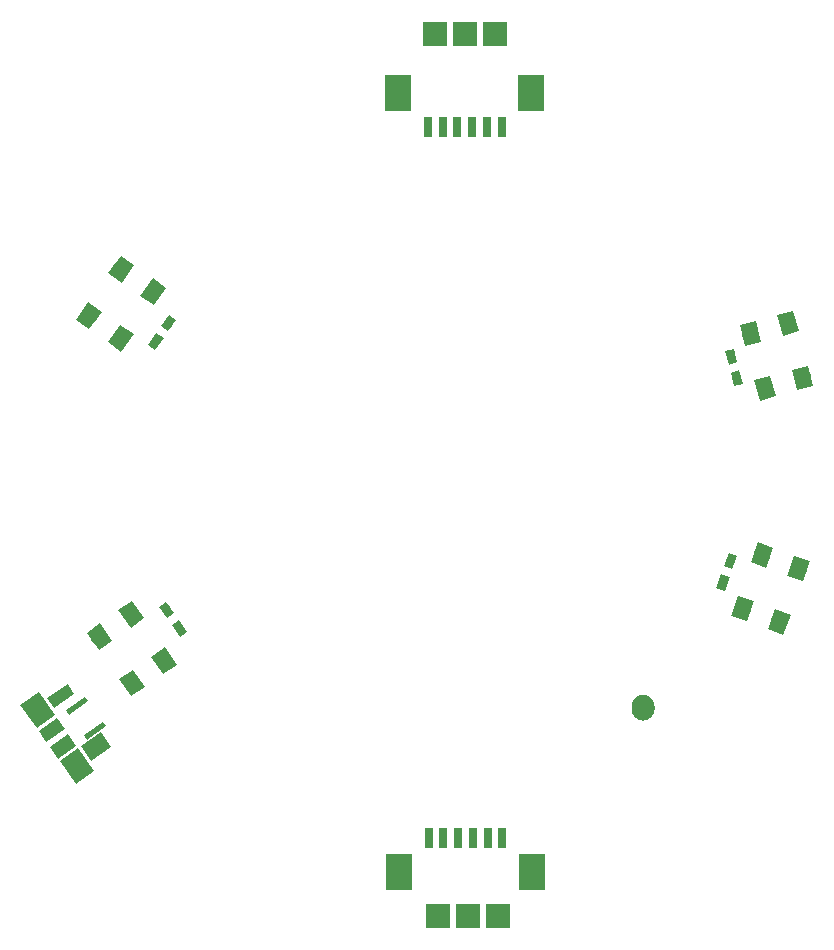
<source format=gbr>
G04 #@! TF.GenerationSoftware,KiCad,Pcbnew,(5.0.0)*
G04 #@! TF.CreationDate,2018-10-21T21:14:25+02:00*
G04 #@! TF.ProjectId,dome disc,646F6D6520646973632E6B696361645F,rev?*
G04 #@! TF.SameCoordinates,Original*
G04 #@! TF.FileFunction,Soldermask,Top*
G04 #@! TF.FilePolarity,Negative*
%FSLAX46Y46*%
G04 Gerber Fmt 4.6, Leading zero omitted, Abs format (unit mm)*
G04 Created by KiCad (PCBNEW (5.0.0)) date 10/21/18 21:14:25*
%MOMM*%
%LPD*%
G01*
G04 APERTURE LIST*
%ADD10C,0.150000*%
%ADD11R,2.000000X2.000000*%
%ADD12C,0.450000*%
%ADD13C,0.100000*%
%ADD14C,1.000000*%
%ADD15C,1.475000*%
%ADD16C,1.900000*%
%ADD17C,1.175000*%
%ADD18R,0.800000X1.700000*%
%ADD19R,2.200000X3.100000*%
%ADD20C,0.800000*%
%ADD21C,0.750000*%
%ADD22C,1.400000*%
G04 APERTURE END LIST*
D10*
G04 #@! TO.C,JP1*
X145911000Y-104473000D02*
X145911000Y-104727000D01*
X147689000Y-104473000D02*
X147689000Y-104727000D01*
X145911000Y-104600000D02*
X147689000Y-104600000D01*
X146482500Y-105489000D02*
X147181000Y-105489000D01*
X147498500Y-105235000D02*
X146101500Y-105235000D01*
X146038000Y-105108000D02*
X147562000Y-105108000D01*
X147625500Y-104981000D02*
X145974500Y-104981000D01*
X145974500Y-104854000D02*
X147625500Y-104854000D01*
X147689000Y-104727000D02*
X145911000Y-104727000D01*
X145911000Y-104727000D02*
G75*
G03X146800000Y-105616000I889000J0D01*
G01*
X146800000Y-105616000D02*
G75*
G03X147689000Y-104727000I0J889000D01*
G01*
X147181000Y-103711000D02*
X146419000Y-103711000D01*
X146101500Y-103965000D02*
X147498500Y-103965000D01*
X147562000Y-104092000D02*
X146038000Y-104092000D01*
X145974500Y-104219000D02*
X147625500Y-104219000D01*
X147625500Y-104346000D02*
X145974500Y-104346000D01*
X147689000Y-104473000D02*
X145911000Y-104473000D01*
X146800000Y-103584000D02*
G75*
G03X145911000Y-104473000I0J-889000D01*
G01*
X147689000Y-104473000D02*
G75*
G03X146800000Y-103584000I-889000J0D01*
G01*
G04 #@! TD*
D11*
G04 #@! TO.C,J4*
X134500000Y-122200000D03*
X131960000Y-122200000D03*
X129420000Y-122200000D03*
G04 #@! TD*
G04 #@! TO.C,J5*
X129220000Y-47600000D03*
X131760000Y-47600000D03*
X134300000Y-47600000D03*
G04 #@! TD*
D12*
G04 #@! TO.C,J3*
X98896058Y-104425608D03*
D13*
G36*
X97947851Y-104814875D02*
X99586155Y-103667722D01*
X99844265Y-104036341D01*
X98205961Y-105183494D01*
X97947851Y-104814875D01*
X97947851Y-104814875D01*
G37*
D12*
X100387357Y-106555403D03*
D13*
G36*
X99439150Y-106944670D02*
X101077454Y-105797517D01*
X101335564Y-106166136D01*
X99697260Y-107313289D01*
X99439150Y-106944670D01*
X99439150Y-106944670D01*
G37*
D14*
X97516562Y-103606158D03*
D13*
G36*
X96369664Y-103798837D02*
X98089883Y-102594327D01*
X98663460Y-103413479D01*
X96943241Y-104617989D01*
X96369664Y-103798837D01*
X96369664Y-103798837D01*
G37*
D15*
X100513499Y-107886228D03*
D13*
G36*
X99230377Y-107884359D02*
X100950596Y-106679848D01*
X101796621Y-107888097D01*
X100076402Y-109092608D01*
X99230377Y-107884359D01*
X99230377Y-107884359D01*
G37*
D16*
X95547910Y-104804559D03*
D13*
G36*
X94088594Y-104376714D02*
X95644982Y-103286918D01*
X97007226Y-105232404D01*
X95450838Y-106322200D01*
X94088594Y-104376714D01*
X94088594Y-104376714D01*
G37*
D16*
X98886125Y-109572024D03*
D13*
G36*
X97426809Y-109144179D02*
X98983197Y-108054383D01*
X100345441Y-109999869D01*
X98789053Y-111089665D01*
X97426809Y-109144179D01*
X97426809Y-109144179D01*
G37*
D17*
X96735213Y-106500204D03*
D13*
G36*
X95620042Y-106563850D02*
X97176431Y-105474055D01*
X97850384Y-106436558D01*
X96293995Y-107526353D01*
X95620042Y-106563850D01*
X95620042Y-106563850D01*
G37*
D17*
X97698822Y-107876379D03*
D13*
G36*
X96583651Y-107940025D02*
X98140040Y-106850230D01*
X98813993Y-107812733D01*
X97257604Y-108902528D01*
X96583651Y-107940025D01*
X96583651Y-107940025D01*
G37*
G04 #@! TD*
D18*
G04 #@! TO.C,J2*
X134825000Y-55450000D03*
X133575000Y-55450000D03*
X132325000Y-55450000D03*
X131075000Y-55450000D03*
X129825000Y-55450000D03*
X128575000Y-55450000D03*
D19*
X137325000Y-52550000D03*
X126075000Y-52550000D03*
G04 #@! TD*
D20*
G04 #@! TO.C,JP1*
X146800000Y-104100000D03*
D13*
G36*
X147468046Y-104500000D02*
X146131954Y-104500000D01*
X146265288Y-103700000D01*
X147334712Y-103700000D01*
X147468046Y-104500000D01*
X147468046Y-104500000D01*
G37*
D20*
X146800000Y-105100000D03*
D13*
G36*
X146131954Y-104700000D02*
X147468046Y-104700000D01*
X147334712Y-105500000D01*
X146265288Y-105500000D01*
X146131954Y-104700000D01*
X146131954Y-104700000D01*
G37*
G04 #@! TD*
D21*
G04 #@! TO.C,C1*
X107544898Y-97878194D03*
D13*
G36*
X106893570Y-97601794D02*
X107507934Y-97171612D01*
X108196226Y-98154594D01*
X107581862Y-98584776D01*
X106893570Y-97601794D01*
X106893570Y-97601794D01*
G37*
D21*
X106455102Y-96321806D03*
D13*
G36*
X105803774Y-96045406D02*
X106418138Y-95615224D01*
X107106430Y-96598206D01*
X106492066Y-97028388D01*
X105803774Y-96045406D01*
X105803774Y-96045406D01*
G37*
G04 #@! TD*
D21*
G04 #@! TO.C,C2*
X106644898Y-72021806D03*
D13*
G36*
X106681862Y-71315224D02*
X107296226Y-71745406D01*
X106607934Y-72728388D01*
X105993570Y-72298206D01*
X106681862Y-71315224D01*
X106681862Y-71315224D01*
G37*
D21*
X105555102Y-73578194D03*
D13*
G36*
X105592066Y-72871612D02*
X106206430Y-73301794D01*
X105518138Y-74284776D01*
X104903774Y-73854594D01*
X105592066Y-72871612D01*
X105592066Y-72871612D01*
G37*
G04 #@! TD*
D21*
G04 #@! TO.C,C3*
X154254122Y-74882370D03*
D13*
G36*
X154771636Y-75364868D02*
X154047191Y-75558983D01*
X153736608Y-74399872D01*
X154461053Y-74205757D01*
X154771636Y-75364868D01*
X154771636Y-75364868D01*
G37*
D21*
X154745878Y-76717630D03*
D13*
G36*
X155263392Y-77200128D02*
X154538947Y-77394243D01*
X154228364Y-76235132D01*
X154952809Y-76041017D01*
X155263392Y-77200128D01*
X155263392Y-77200128D01*
G37*
G04 #@! TD*
D21*
G04 #@! TO.C,C4*
X153575081Y-93992708D03*
D13*
G36*
X153722254Y-94684781D02*
X153017484Y-94428266D01*
X153427908Y-93300635D01*
X154132678Y-93557150D01*
X153722254Y-94684781D01*
X153722254Y-94684781D01*
G37*
D21*
X154224919Y-92207292D03*
D13*
G36*
X154372092Y-92899365D02*
X153667322Y-92642850D01*
X154077746Y-91515219D01*
X154782516Y-91771734D01*
X154372092Y-92899365D01*
X154372092Y-92899365D01*
G37*
G04 #@! TD*
D22*
G04 #@! TO.C,D1*
X103475017Y-96687634D03*
D13*
G36*
X103417829Y-97826374D02*
X102385392Y-96351901D01*
X103532205Y-95548894D01*
X104564642Y-97023367D01*
X103417829Y-97826374D01*
X103417829Y-97826374D01*
G37*
D22*
X100771816Y-98580436D03*
D13*
G36*
X100714628Y-99719176D02*
X99682191Y-98244703D01*
X100829004Y-97441696D01*
X101861441Y-98916169D01*
X100714628Y-99719176D01*
X100714628Y-99719176D01*
G37*
D22*
X103524983Y-102512366D03*
D13*
G36*
X103467795Y-103651106D02*
X102435358Y-102176633D01*
X103582171Y-101373626D01*
X104614608Y-102848099D01*
X103467795Y-103651106D01*
X103467795Y-103651106D01*
G37*
D22*
X106228184Y-100619564D03*
D13*
G36*
X106170996Y-101758304D02*
X105138559Y-100283831D01*
X106285372Y-99480824D01*
X107317809Y-100955297D01*
X106170996Y-101758304D01*
X106170996Y-101758304D01*
G37*
G04 #@! TD*
D22*
G04 #@! TO.C,D2*
X102575017Y-73312366D03*
D13*
G36*
X101485392Y-73648099D02*
X102517829Y-72173626D01*
X103664642Y-72976633D01*
X102632205Y-74451106D01*
X101485392Y-73648099D01*
X101485392Y-73648099D01*
G37*
D22*
X99871816Y-71419564D03*
D13*
G36*
X98782191Y-71755297D02*
X99814628Y-70280824D01*
X100961441Y-71083831D01*
X99929004Y-72558304D01*
X98782191Y-71755297D01*
X98782191Y-71755297D01*
G37*
D22*
X102624983Y-67487634D03*
D13*
G36*
X101535358Y-67823367D02*
X102567795Y-66348894D01*
X103714608Y-67151901D01*
X102682171Y-68626374D01*
X101535358Y-67823367D01*
X101535358Y-67823367D01*
G37*
D22*
X105328184Y-69380436D03*
D13*
G36*
X104238559Y-69716169D02*
X105270996Y-68241696D01*
X106417809Y-69044703D01*
X105385372Y-70519176D01*
X104238559Y-69716169D01*
X104238559Y-69716169D01*
G37*
G04 #@! TD*
D22*
G04 #@! TO.C,D3*
X157127388Y-77545273D03*
D13*
G36*
X157570599Y-76494766D02*
X158036473Y-78233433D01*
X156684177Y-78595780D01*
X156218303Y-76857113D01*
X157570599Y-76494766D01*
X157570599Y-76494766D01*
G37*
D22*
X160314943Y-76691171D03*
D13*
G36*
X160758154Y-75640664D02*
X161224028Y-77379331D01*
X159871732Y-77741678D01*
X159405858Y-76003011D01*
X160758154Y-75640664D01*
X160758154Y-75640664D01*
G37*
D22*
X159072612Y-72054727D03*
D13*
G36*
X159515823Y-71004220D02*
X159981697Y-72742887D01*
X158629401Y-73105234D01*
X158163527Y-71366567D01*
X159515823Y-71004220D01*
X159515823Y-71004220D01*
G37*
D22*
X155885057Y-72908829D03*
D13*
G36*
X156328268Y-71858322D02*
X156794142Y-73596989D01*
X155441846Y-73959336D01*
X154975972Y-72220669D01*
X156328268Y-71858322D01*
X156328268Y-71858322D01*
G37*
G04 #@! TD*
D22*
G04 #@! TO.C,D4*
X156870356Y-91680404D03*
D13*
G36*
X157835959Y-91074095D02*
X157220323Y-92765541D01*
X155904753Y-92286713D01*
X156520389Y-90595267D01*
X157835959Y-91074095D01*
X157835959Y-91074095D01*
G37*
D22*
X159971341Y-92809071D03*
D13*
G36*
X160936944Y-92202762D02*
X160321308Y-93894208D01*
X159005738Y-93415380D01*
X159621374Y-91723934D01*
X160936944Y-92202762D01*
X160936944Y-92202762D01*
G37*
D22*
X158329644Y-97319596D03*
D13*
G36*
X159295247Y-96713287D02*
X158679611Y-98404733D01*
X157364041Y-97925905D01*
X157979677Y-96234459D01*
X159295247Y-96713287D01*
X159295247Y-96713287D01*
G37*
D22*
X155228659Y-96190929D03*
D13*
G36*
X156194262Y-95584620D02*
X155578626Y-97276066D01*
X154263056Y-96797238D01*
X154878692Y-95105792D01*
X156194262Y-95584620D01*
X156194262Y-95584620D01*
G37*
G04 #@! TD*
D19*
G04 #@! TO.C,J1*
X137400000Y-118500000D03*
X126150000Y-118500000D03*
D18*
X134900000Y-115600000D03*
X133650000Y-115600000D03*
X132400000Y-115600000D03*
X131150000Y-115600000D03*
X129900000Y-115600000D03*
X128650000Y-115600000D03*
G04 #@! TD*
M02*

</source>
